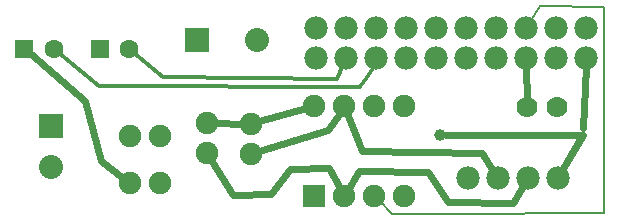
<source format=gbl>
G04 MADE WITH FRITZING*
G04 WWW.FRITZING.ORG*
G04 DOUBLE SIDED*
G04 HOLES PLATED*
G04 CONTOUR ON CENTER OF CONTOUR VECTOR*
%ASAXBY*%
%FSLAX23Y23*%
%MOIN*%
%OFA0B0*%
%SFA1.0B1.0*%
%ADD10C,0.080000*%
%ADD11C,0.039370*%
%ADD12C,0.078000*%
%ADD13C,0.075000*%
%ADD14C,0.070000*%
%ADD15C,0.062992*%
%ADD16R,0.080000X0.080000*%
%ADD17R,0.075000X0.075000*%
%ADD18R,0.062992X0.062992*%
%ADD19C,0.024000*%
%ADD20C,0.008000*%
%ADD21C,0.012000*%
%ADD22R,0.001000X0.001000*%
%LNCOPPER0*%
G90*
G70*
G54D10*
X202Y323D03*
X202Y185D03*
X689Y608D03*
X889Y608D03*
G54D11*
X1500Y291D03*
G54D12*
X1985Y648D03*
X1885Y648D03*
X1785Y648D03*
X1685Y648D03*
X1585Y648D03*
X1485Y648D03*
X1385Y648D03*
X1285Y648D03*
X1185Y648D03*
X1085Y648D03*
X1985Y648D03*
X1885Y648D03*
X1785Y648D03*
X1685Y648D03*
X1585Y648D03*
X1485Y648D03*
X1385Y648D03*
X1285Y648D03*
X1185Y648D03*
X1085Y648D03*
X1085Y548D03*
X1185Y548D03*
X1285Y548D03*
X1385Y548D03*
X1485Y548D03*
X1585Y548D03*
X1685Y548D03*
X1785Y548D03*
X1885Y548D03*
X1985Y548D03*
G54D13*
X1079Y90D03*
X1079Y390D03*
X1179Y90D03*
X1179Y390D03*
X1279Y90D03*
X1279Y390D03*
X1379Y90D03*
X1379Y390D03*
G54D14*
X1890Y385D03*
X1790Y385D03*
G54D13*
X870Y229D03*
X870Y329D03*
X722Y232D03*
X722Y332D03*
G54D12*
X1892Y148D03*
X1792Y148D03*
X1692Y148D03*
X1592Y148D03*
G54D15*
X113Y579D03*
X212Y579D03*
G54D13*
X565Y131D03*
X465Y131D03*
X565Y287D03*
X465Y287D03*
G54D15*
X365Y580D03*
X463Y580D03*
G54D16*
X202Y323D03*
X689Y608D03*
G54D17*
X1079Y90D03*
G54D18*
X113Y579D03*
X365Y580D03*
G54D19*
X368Y206D02*
X315Y406D01*
D02*
X315Y406D02*
X134Y562D01*
D02*
X443Y148D02*
X368Y206D01*
D02*
X1786Y518D02*
X1789Y411D01*
G54D20*
D02*
X2044Y720D02*
X1833Y721D01*
D02*
X1833Y721D02*
X1798Y669D01*
G54D21*
D02*
X362Y454D02*
X1233Y452D01*
D02*
X228Y566D02*
X362Y454D01*
D02*
X576Y484D02*
X1155Y477D01*
D02*
X1155Y477D02*
X1175Y526D01*
D02*
X480Y566D02*
X576Y484D01*
G54D19*
D02*
X1639Y231D02*
X1676Y173D01*
D02*
X1975Y293D02*
X1519Y291D01*
D02*
X1907Y174D02*
X1975Y293D01*
D02*
X841Y329D02*
X751Y331D01*
D02*
X1052Y382D02*
X897Y337D01*
D02*
X737Y208D02*
X809Y92D01*
D02*
X809Y92D02*
X936Y94D01*
D02*
X936Y94D02*
X998Y180D01*
D02*
X998Y180D02*
X1130Y181D01*
D02*
X1130Y181D02*
X1166Y116D01*
D02*
X1777Y122D02*
X1743Y65D01*
D02*
X1743Y65D02*
X1525Y68D01*
D02*
X1460Y169D02*
X1229Y172D01*
D02*
X1525Y68D02*
X1460Y169D01*
D02*
X1229Y172D02*
X1194Y115D01*
D02*
X1127Y307D02*
X1164Y366D01*
D02*
X897Y237D02*
X1127Y307D01*
D02*
X1639Y231D02*
X1239Y238D01*
D02*
X1239Y238D02*
X1189Y364D01*
D02*
X1967Y278D02*
X1907Y174D01*
D02*
X1984Y518D02*
X1977Y314D01*
G54D20*
D02*
X1514Y30D02*
X2044Y31D01*
D02*
X1339Y30D02*
X1514Y30D01*
D02*
X1295Y74D02*
X1339Y30D01*
D02*
X2044Y31D02*
X2044Y720D01*
G54D22*
X1285Y554D02*
X1287Y554D01*
X1281Y553D02*
X1289Y553D01*
X1279Y552D02*
X1290Y552D01*
X1279Y551D02*
X1290Y551D01*
X1279Y550D02*
X1291Y550D01*
X1280Y549D02*
X1291Y549D01*
X1280Y548D02*
X1292Y548D01*
X1281Y547D02*
X1292Y547D01*
X1281Y546D02*
X1292Y546D01*
X1282Y545D02*
X1292Y545D01*
X1283Y544D02*
X1292Y544D01*
X1281Y543D02*
X1292Y543D01*
X1281Y542D02*
X1292Y542D01*
X1281Y541D02*
X1292Y541D01*
X1281Y540D02*
X1292Y540D01*
X1281Y539D02*
X1292Y539D01*
X1280Y538D02*
X1292Y538D01*
X1280Y537D02*
X1291Y537D01*
X1279Y536D02*
X1291Y536D01*
X1279Y535D02*
X1291Y535D01*
X1279Y534D02*
X1290Y534D01*
X1278Y533D02*
X1290Y533D01*
X1278Y532D02*
X1290Y532D01*
X1277Y531D02*
X1289Y531D01*
X1277Y530D02*
X1289Y530D01*
X1276Y529D02*
X1289Y529D01*
X1276Y528D02*
X1288Y528D01*
X1275Y527D02*
X1288Y527D01*
X1275Y526D02*
X1287Y526D01*
X1274Y525D02*
X1287Y525D01*
X1274Y524D02*
X1286Y524D01*
X1273Y523D02*
X1286Y523D01*
X1273Y522D02*
X1285Y522D01*
X1272Y521D02*
X1285Y521D01*
X1272Y520D02*
X1284Y520D01*
X1271Y519D02*
X1284Y519D01*
X1271Y518D02*
X1283Y518D01*
X1270Y517D02*
X1283Y517D01*
X1269Y516D02*
X1282Y516D01*
X1269Y515D02*
X1282Y515D01*
X1268Y514D02*
X1281Y514D01*
X1268Y513D02*
X1281Y513D01*
X1267Y512D02*
X1280Y512D01*
X1266Y511D02*
X1279Y511D01*
X1266Y510D02*
X1279Y510D01*
X1265Y509D02*
X1278Y509D01*
X1265Y508D02*
X1278Y508D01*
X1264Y507D02*
X1277Y507D01*
X1263Y506D02*
X1276Y506D01*
X1263Y505D02*
X1276Y505D01*
X1262Y504D02*
X1275Y504D01*
X1261Y503D02*
X1275Y503D01*
X1261Y502D02*
X1274Y502D01*
X1260Y501D02*
X1273Y501D01*
X1259Y500D02*
X1273Y500D01*
X1259Y499D02*
X1272Y499D01*
X1258Y498D02*
X1271Y498D01*
X1257Y497D02*
X1271Y497D01*
X1257Y496D02*
X1270Y496D01*
X1256Y495D02*
X1269Y495D01*
X1255Y494D02*
X1269Y494D01*
X1255Y493D02*
X1268Y493D01*
X1254Y492D02*
X1267Y492D01*
X1253Y491D02*
X1267Y491D01*
X1253Y490D02*
X1266Y490D01*
X1252Y489D02*
X1265Y489D01*
X1251Y488D02*
X1265Y488D01*
X1251Y487D02*
X1264Y487D01*
X1250Y486D02*
X1263Y486D01*
X1249Y485D02*
X1263Y485D01*
X1249Y484D02*
X1262Y484D01*
X1248Y483D02*
X1261Y483D01*
X1247Y482D02*
X1261Y482D01*
X1246Y481D02*
X1260Y481D01*
X1246Y480D02*
X1259Y480D01*
X1245Y479D02*
X1259Y479D01*
X1244Y478D02*
X1258Y478D01*
X1244Y477D02*
X1257Y477D01*
X1243Y476D02*
X1257Y476D01*
X1242Y475D02*
X1256Y475D01*
X1241Y474D02*
X1255Y474D01*
X1241Y473D02*
X1254Y473D01*
X1240Y472D02*
X1254Y472D01*
X1239Y471D02*
X1253Y471D01*
X1238Y470D02*
X1252Y470D01*
X1238Y469D02*
X1252Y469D01*
X1237Y468D02*
X1251Y468D01*
X1236Y467D02*
X1250Y467D01*
X1235Y466D02*
X1249Y466D01*
X1235Y465D02*
X1249Y465D01*
X1234Y464D02*
X1248Y464D01*
X1233Y463D02*
X1247Y463D01*
X1232Y462D02*
X1246Y462D01*
X1232Y461D02*
X1246Y461D01*
X1231Y460D02*
X1245Y460D01*
X1230Y459D02*
X1244Y459D01*
X1229Y458D02*
X1243Y458D01*
X1229Y457D02*
X1243Y457D01*
X1228Y456D02*
X1242Y456D01*
X1228Y455D02*
X1241Y455D01*
X1227Y454D02*
X1240Y454D01*
X1227Y453D02*
X1240Y453D01*
X1227Y452D02*
X1239Y452D01*
X1228Y451D02*
X1238Y451D01*
X1228Y450D02*
X1237Y450D01*
X1229Y449D02*
X1237Y449D01*
X1230Y448D02*
X1235Y448D01*
X1232Y447D02*
X1233Y447D01*
D02*
G04 End of Copper0*
M02*
</source>
